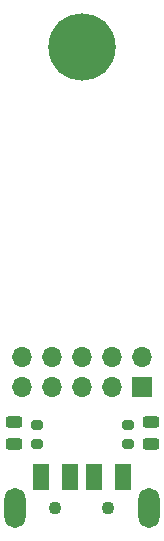
<source format=gbr>
%TF.GenerationSoftware,KiCad,Pcbnew,6.0.11+dfsg-1*%
%TF.CreationDate,2025-01-09T09:17:59-08:00*%
%TF.ProjectId,eUSB,65555342-2e6b-4696-9361-645f70636258,rev?*%
%TF.SameCoordinates,Original*%
%TF.FileFunction,Soldermask,Top*%
%TF.FilePolarity,Negative*%
%FSLAX46Y46*%
G04 Gerber Fmt 4.6, Leading zero omitted, Abs format (unit mm)*
G04 Created by KiCad (PCBNEW 6.0.11+dfsg-1) date 2025-01-09 09:17:59*
%MOMM*%
%LPD*%
G01*
G04 APERTURE LIST*
G04 Aperture macros list*
%AMRoundRect*
0 Rectangle with rounded corners*
0 $1 Rounding radius*
0 $2 $3 $4 $5 $6 $7 $8 $9 X,Y pos of 4 corners*
0 Add a 4 corners polygon primitive as box body*
4,1,4,$2,$3,$4,$5,$6,$7,$8,$9,$2,$3,0*
0 Add four circle primitives for the rounded corners*
1,1,$1+$1,$2,$3*
1,1,$1+$1,$4,$5*
1,1,$1+$1,$6,$7*
1,1,$1+$1,$8,$9*
0 Add four rect primitives between the rounded corners*
20,1,$1+$1,$2,$3,$4,$5,0*
20,1,$1+$1,$4,$5,$6,$7,0*
20,1,$1+$1,$6,$7,$8,$9,0*
20,1,$1+$1,$8,$9,$2,$3,0*%
G04 Aperture macros list end*
%ADD10RoundRect,0.200000X0.275000X-0.200000X0.275000X0.200000X-0.275000X0.200000X-0.275000X-0.200000X0*%
%ADD11C,5.700000*%
%ADD12RoundRect,0.243750X0.456250X-0.243750X0.456250X0.243750X-0.456250X0.243750X-0.456250X-0.243750X0*%
%ADD13O,1.700000X1.700000*%
%ADD14R,1.700000X1.700000*%
%ADD15C,1.100000*%
%ADD16RoundRect,0.102000X-0.600000X-1.000000X0.600000X-1.000000X0.600000X1.000000X-0.600000X1.000000X0*%
%ADD17O,1.804000X3.404000*%
G04 APERTURE END LIST*
D10*
%TO.C,R2*%
X156210000Y-93789000D03*
X156210000Y-92139000D03*
%TD*%
%TO.C,R1*%
X163957000Y-93789000D03*
X163957000Y-92139000D03*
%TD*%
D11*
%TO.C,H1*%
X160020000Y-60130000D03*
%TD*%
D12*
%TO.C,D2*%
X154305000Y-93774500D03*
X154305000Y-91899500D03*
%TD*%
%TO.C,D1*%
X165862000Y-93774500D03*
X165862000Y-91899500D03*
%TD*%
D13*
%TO.C,J1*%
X154945000Y-88905000D03*
X154945000Y-86365000D03*
X157485000Y-88905000D03*
X157485000Y-86365000D03*
X160025000Y-88905000D03*
X160025000Y-86365000D03*
X162565000Y-88905000D03*
X162565000Y-86365000D03*
D14*
X165105000Y-88905000D03*
D13*
X165105000Y-86365000D03*
%TD*%
D15*
%TO.C,J2*%
X162270000Y-99187000D03*
X157770000Y-99187000D03*
D16*
X163520000Y-96587000D03*
X161020000Y-96587000D03*
X159020000Y-96587000D03*
X156520000Y-96587000D03*
D17*
X154320000Y-99187000D03*
X165720000Y-99187000D03*
%TD*%
M02*

</source>
